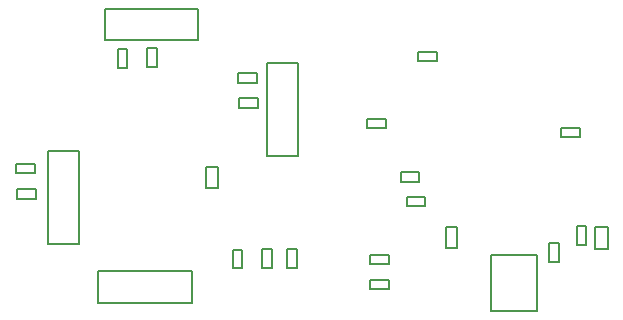
<source format=gbr>
G04*
G04 #@! TF.GenerationSoftware,Altium Limited,Altium Designer,25.8.1 (18)*
G04*
G04 Layer_Color=32768*
%FSLAX25Y25*%
%MOIN*%
G70*
G04*
G04 #@! TF.SameCoordinates,4BE62294-00A5-47EF-9B78-CB70749D35C4*
G04*
G04*
G04 #@! TF.FilePolarity,Positive*
G04*
G01*
G75*
%ADD11C,0.00787*%
D11*
X-31516Y-30482D02*
Y-24182D01*
X-28366D01*
Y-30482D02*
Y-24182D01*
X-31516Y-30482D02*
X-28366D01*
X-59963Y36596D02*
Y42895D01*
X-56813D01*
Y36596D02*
Y42895D01*
X-59963Y36596D02*
X-56813D01*
X-40512Y-3687D02*
Y3399D01*
X-36575D01*
Y-3687D02*
Y3399D01*
X-40512Y-3687D02*
X-36575D01*
X-93230Y-22218D02*
Y8766D01*
X-82915D01*
Y-22218D02*
Y8766D01*
X-93230Y-22218D02*
X-82915D01*
X30319Y38648D02*
Y41798D01*
Y38648D02*
X36618D01*
Y41798D01*
X30319D02*
X36618D01*
X84254Y13325D02*
Y16475D01*
X77955D02*
X84254D01*
X77955Y13325D02*
Y16475D01*
Y13325D02*
X84254D01*
X93426Y-24033D02*
Y-16552D01*
X89095Y-24033D02*
X93426D01*
X89095D02*
Y-16552D01*
X93426D01*
X83056Y-16264D02*
X86205D01*
X83056Y-22563D02*
Y-16264D01*
Y-22563D02*
X86205D01*
Y-16264D01*
X73905Y-22134D02*
X77054D01*
X73905Y-28433D02*
Y-22134D01*
Y-28433D02*
X77054D01*
Y-22134D01*
X39482Y-23531D02*
X43222D01*
Y-16642D01*
X39482D02*
X43222D01*
X39482Y-23531D02*
Y-16642D01*
X14119Y-29134D02*
Y-25984D01*
Y-29134D02*
X20419D01*
Y-25984D01*
X14119D02*
X20419D01*
X14119Y-34189D02*
X20419D01*
Y-37339D02*
Y-34189D01*
X14119Y-37339D02*
X20419D01*
X14119D02*
Y-34189D01*
X30602Y-1640D02*
Y1510D01*
X24499D02*
X30602D01*
X24499Y-1640D02*
Y1510D01*
Y-1640D02*
X30602D01*
X26534Y-9709D02*
X32637D01*
X26534D02*
Y-6559D01*
X32637D01*
Y-9709D02*
Y-6559D01*
X-21750Y-23980D02*
X-18600D01*
X-21750Y-30280D02*
Y-23980D01*
Y-30280D02*
X-18600D01*
Y-23980D01*
X-13399Y-30370D02*
Y-24071D01*
X-10249D01*
Y-30370D02*
Y-24071D01*
X-13399Y-30370D02*
X-10249D01*
X-103773Y4397D02*
X-97474D01*
Y1247D02*
Y4397D01*
X-103773Y1247D02*
X-97474D01*
X-103773D02*
Y4397D01*
X-103372Y-4083D02*
X-97073D01*
Y-7233D02*
Y-4083D01*
X-103372Y-7233D02*
X-97073D01*
X-103372D02*
Y-4083D01*
X-69881Y36424D02*
X-66731D01*
Y42723D01*
X-69881D02*
X-66731D01*
X-69881Y36424D02*
Y42723D01*
X-73984Y45731D02*
X-43000D01*
X-73984D02*
Y56046D01*
X-43000D01*
Y45731D02*
Y56046D01*
X-20134Y7064D02*
X-9819D01*
Y38048D01*
X-20134D02*
X-9819D01*
X-20134Y7064D02*
Y38048D01*
X-29641Y31375D02*
Y34525D01*
Y31375D02*
X-23341D01*
Y34525D01*
X-29641D02*
X-23341D01*
X-29535Y26217D02*
X-23236D01*
Y23067D02*
Y26217D01*
X-29535Y23067D02*
X-23236D01*
X-29535D02*
Y26217D01*
X-76606Y-41871D02*
Y-31360D01*
Y-41871D02*
X-45110D01*
Y-31360D01*
X-76606D02*
X-45110D01*
X69904Y-44745D02*
Y-26044D01*
X54392Y-44745D02*
X69904D01*
X54392D02*
Y-26044D01*
X69904D01*
X13261Y16308D02*
Y19458D01*
Y16308D02*
X19560D01*
Y19458D01*
X13261D02*
X19560D01*
M02*

</source>
